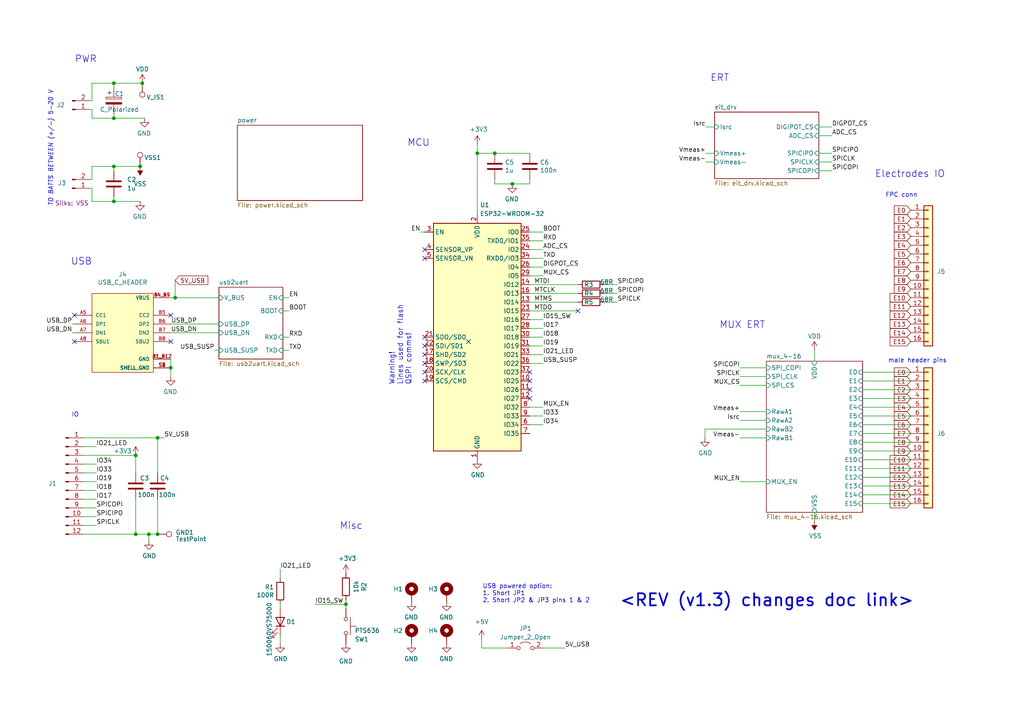
<source format=kicad_sch>
(kicad_sch (version 20231120) (generator "eeschema") (generator_version "8.0")
  (paper "A4")
  (lib_symbols
    (symbol "Connector:Conn_01x02_Male" (pin_names (offset 1.016) hide)
      (property "Reference" "J" (at 0 2.54 0))
      (property "Value" "Conn_01x02_Male" (at 0 -5.08 0))
      (symbol "Conn_01x02_Male_1_1"
        (polyline (pts (xy 1.27 -2.54) (xy 0.8636 -2.54)) (stroke (width 0.1524)))
        (polyline (pts (xy 1.27 0) (xy 0.8636 0)) (stroke (width 0.1524)))
        (rectangle (start 0.8636 -2.413) (end 0 -2.667) (stroke (width 0.1524)) (fill (type outline)))
        (rectangle (start 0.8636 0.127) (end 0 -0.127) (stroke (width 0.1524)) (fill (type outline)))
        (pin passive line (at 5.08 0 180) (length 3.81) (name "Pin_1") (number "1"))
        (pin passive line (at 5.08 -2.54 180) (length 3.81) (name "Pin_2") (number "2"))
      )
    )
    (symbol "Connector:Conn_01x12_Pin" (pin_names (offset 1.016) hide)
      (property "Reference" "J" (at 0 15.24 0))
      (property "Value" "Conn_01x12_Pin" (at 0 -17.78 0))
      (symbol "Conn_01x12_Pin_1_1"
        (polyline (pts (xy 1.27 -15.24) (xy 0.8636 -15.24)) (stroke (width 0.1524)))
        (polyline (pts (xy 1.27 -12.7) (xy 0.8636 -12.7)) (stroke (width 0.1524)))
        (polyline (pts (xy 1.27 -10.16) (xy 0.8636 -10.16)) (stroke (width 0.1524)))
        (polyline (pts (xy 1.27 -7.62) (xy 0.8636 -7.62)) (stroke (width 0.1524)))
        (polyline (pts (xy 1.27 -5.08) (xy 0.8636 -5.08)) (stroke (width 0.1524)))
        (polyline (pts (xy 1.27 -2.54) (xy 0.8636 -2.54)) (stroke (width 0.1524)))
        (polyline (pts (xy 1.27 0) (xy 0.8636 0)) (stroke (width 0.1524)))
        (polyline (pts (xy 1.27 2.54) (xy 0.8636 2.54)) (stroke (width 0.1524)))
        (polyline (pts (xy 1.27 5.08) (xy 0.8636 5.08)) (stroke (width 0.1524)))
        (polyline (pts (xy 1.27 7.62) (xy 0.8636 7.62)) (stroke (width 0.1524)))
        (polyline (pts (xy 1.27 10.16) (xy 0.8636 10.16)) (stroke (width 0.1524)))
        (polyline (pts (xy 1.27 12.7) (xy 0.8636 12.7)) (stroke (width 0.1524)))
        (rectangle (start 0.8636 -15.113) (end 0 -15.367) (stroke (width 0.1524)) (fill (type outline)))
        (rectangle (start 0.8636 -12.573) (end 0 -12.827) (stroke (width 0.1524)) (fill (type outline)))
        (rectangle (start 0.8636 -10.033) (end 0 -10.287) (stroke (width 0.1524)) (fill (type outline)))
        (rectangle (start 0.8636 -7.493) (end 0 -7.747) (stroke (width 0.1524)) (fill (type outline)))
        (rectangle (start 0.8636 -4.953) (end 0 -5.207) (stroke (width 0.1524)) (fill (type outline)))
        (rectangle (start 0.8636 -2.413) (end 0 -2.667) (stroke (width 0.1524)) (fill (type outline)))
        (rectangle (start 0.8636 0.127) (end 0 -0.127) (stroke (width 0.1524)) (fill (type outline)))
        (rectangle (start 0.8636 2.667) (end 0 2.413) (stroke (width 0.1524)) (fill (type outline)))
        (rectangle (start 0.8636 5.207) (end 0 4.953) (stroke (width 0.1524)) (fill (type outline)))
        (rectangle (start 0.8636 7.747) (end 0 7.493) (stroke (width 0.1524)) (fill (type outline)))
        (rectangle (start 0.8636 10.287) (end 0 10.033) (stroke (width 0.1524)) (fill (type outline)))
        (rectangle (start 0.8636 12.827) (end 0 12.573) (stroke (width 0.1524)) (fill (type outline)))
        (pin passive line (at 5.08 12.7 180) (length 3.81) (name "Pin_1") (number "1"))
        (pin passive line (at 5.08 -10.16 180) (length 3.81) (name "Pin_10") (number "10"))
        (pin passive line (at 5.08 -12.7 180) (length 3.81) (name "Pin_11") (number "11"))
        (pin passive line (at 5.08 -15.24 180) (length 3.81) (name "Pin_12") (number "12"))
        (pin passive line (at 5.08 10.16 180) (length 3.81) (name "Pin_2") (number "2"))
        (pin passive line (at 5.08 7.62 180) (length 3.81) (name "Pin_3") (number "3"))
        (pin passive line (at 5.08 5.08 180) (length 3.81) (name "Pin_4") (number "4"))
        (pin passive line (at 5.08 2.54 180) (length 3.81) (name "Pin_5") (number "5"))
        (pin passive line (at 5.08 0 180) (length 3.81) (name "Pin_6") (number "6"))
        (pin passive line (at 5.08 -2.54 180) (length 3.81) (name "Pin_7") (number "7"))
        (pin passive line (at 5.08 -5.08 180) (length 3.81) (name "Pin_8") (number "8"))
        (pin passive line (at 5.08 -7.62 180) (length 3.81) (name "Pin_9") (number "9"))
      )
    )
    (symbol "Connector:TestPoint" (pin_numbers hide) (pin_names (offset 0.762) hide)
      (property "Reference" "TP" (at 0 6.858 0))
      (property "Value" "TestPoint" (at 0 5.08 0))
      (symbol "TestPoint_0_1"
        (circle (center 0 3.302) (radius 0.762))
      )
      (symbol "TestPoint_1_1"
        (pin passive line (at 0 0 90) (length 2.54) (name "1") (number "1"))
      )
    )
    (symbol "Connector_Generic:Conn_01x16" (pin_names (offset 1.016) hide)
      (property "Reference" "J" (at 0 20.32 0))
      (property "Value" "Conn_01x16" (at 0 -22.86 0))
      (symbol "Conn_01x16_1_1"
        (rectangle (start -1.27 -20.193) (end 0 -20.447) (stroke (width 0.1524)))
        (rectangle (start -1.27 -17.653) (end 0 -17.907) (stroke (width 0.1524)))
        (rectangle (start -1.27 -15.113) (end 0 -15.367) (stroke (width 0.1524)))
        (rectangle (start -1.27 -12.573) (end 0 -12.827) (stroke (width 0.1524)))
        (rectangle (start -1.27 -10.033) (end 0 -10.287) (stroke (width 0.1524)))
        (rectangle (start -1.27 -7.493) (end 0 -7.747) (stroke (width 0.1524)))
        (rectangle (start -1.27 -4.953) (end 0 -5.207) (stroke (width 0.1524)))
        (rectangle (start -1.27 -2.413) (end 0 -2.667) (stroke (width 0.1524)))
        (rectangle (start -1.27 0.127) (end 0 -0.127) (stroke (width 0.1524)))
        (rectangle (start -1.27 2.667) (end 0 2.413) (stroke (width 0.1524)))
        (rectangle (start -1.27 5.207) (end 0 4.953) (stroke (width 0.1524)))
        (rectangle (start -1.27 7.747) (end 0 7.493) (stroke (width 0.1524)))
        (rectangle (start -1.27 10.287) (end 0 10.033) (stroke (width 0.1524)))
        (rectangle (start -1.27 12.827) (end 0 12.573) (stroke (width 0.1524)))
        (rectangle (start -1.27 15.367) (end 0 15.113) (stroke (width 0.1524)))
        (rectangle (start -1.27 17.907) (end 0 17.653) (stroke (width 0.1524)))
        (rectangle (start -1.27 19.05) (end 1.27 -21.59) (stroke (width 0.254)) (fill (type background)))
        (pin passive line (at -5.08 17.78 0) (length 3.81) (name "Pin_1") (number "1"))
        (pin passive line (at -5.08 -5.08 0) (length 3.81) (name "Pin_10") (number "10"))
        (pin passive line (at -5.08 -7.62 0) (length 3.81) (name "Pin_11") (number "11"))
        (pin passive line (at -5.08 -10.16 0) (length 3.81) (name "Pin_12") (number "12"))
        (pin passive line (at -5.08 -12.7 0) (length 3.81) (name "Pin_13") (number "13"))
        (pin passive line (at -5.08 -15.24 0) (length 3.81) (name "Pin_14") (number "14"))
        (pin passive line (at -5.08 -17.78 0) (length 3.81) (name "Pin_15") (number "15"))
        (pin passive line (at -5.08 -20.32 0) (length 3.81) (name "Pin_16") (number "16"))
        (pin passive line (at -5.08 15.24 0) (length 3.81) (name "Pin_2") (number "2"))
        (pin passive line (at -5.08 12.7 0) (length 3.81) (name "Pin_3") (number "3"))
        (pin passive line (at -5.08 10.16 0) (length 3.81) (name "Pin_4") (number "4"))
        (pin passive line (at -5.08 7.62 0) (length 3.81) (name "Pin_5") (number "5"))
        (pin passive line (at -5.08 5.08 0) (length 3.81) (name "Pin_6") (number "6"))
        (pin passive line (at -5.08 2.54 0) (length 3.81) (name "Pin_7") (number "7"))
        (pin passive line (at -5.08 0 0) (length 3.81) (name "Pin_8") (number "8"))
        (pin passive line (at -5.08 -2.54 0) (length 3.81) (name "Pin_9") (number "9"))
      )
    )
    (symbol "Device:C" (pin_numbers hide) (pin_names (offset 0.254))
      (property "Reference" "C" (at 0.635 2.54 0))
      (property "Value" "C" (at 0.635 -2.54 0))
      (symbol "C_0_1"
        (polyline (pts (xy -2.032 -0.762) (xy 2.032 -0.762)) (stroke (width 0.508)))
        (polyline (pts (xy -2.032 0.762) (xy 2.032 0.762)) (stroke (width 0.508)))
      )
      (symbol "C_1_1"
        (pin passive line (at 0 3.81 270) (length 2.794) (name "~") (number "1"))
        (pin passive line (at 0 -3.81 90) (length 2.794) (name "~") (number "2"))
      )
    )
    (symbol "Device:C_Polarized" (pin_numbers hide) (pin_names (offset 0.254))
      (property "Reference" "C" (at 0.635 2.54 0))
      (property "Value" "C_Polarized" (at 0.635 -2.54 0))
      (symbol "C_Polarized_0_1"
        (rectangle (start -2.286 0.508) (end 2.286 1.016))
        (polyline (pts (xy -1.778 2.286) (xy -0.762 2.286)))
        (polyline (pts (xy -1.27 2.794) (xy -1.27 1.778)))
        (rectangle (start 2.286 -0.508) (end -2.286 -1.016) (fill (type outline)))
      )
      (symbol "C_Polarized_1_1"
        (pin passive line (at 0 3.81 270) (length 2.794) (name "~") (number "1"))
        (pin passive line (at 0 -3.81 90) (length 2.794) (name "~") (number "2"))
      )
    )
    (symbol "Device:LED" (pin_numbers hide) (pin_names (offset 1.016) hide)
      (property "Reference" "D" (at 0 2.54 0))
      (property "Value" "LED" (at 0 -2.54 0))
      (symbol "LED_0_1"
        (polyline (pts (xy -1.27 -1.27) (xy -1.27 1.27)) (stroke (width 0.254)))
        (polyline (pts (xy -1.27 0) (xy 1.27 0)))
        (polyline (pts (xy 1.27 -1.27) (xy 1.27 1.27) (xy -1.27 0) (xy 1.27 -1.27)) (stroke (width 0.254)))
        (polyline (pts (xy -3.048 -0.762) (xy -4.572 -2.286) (xy -3.81 -2.286) (xy -4.572 -2.286) (xy -4.572 -1.524)))
        (polyline (pts (xy -1.778 -0.762) (xy -3.302 -2.286) (xy -2.54 -2.286) (xy -3.302 -2.286) (xy -3.302 -1.524)))
      )
      (symbol "LED_1_1"
        (pin passive line (at -3.81 0 0) (length 2.54) (name "K") (number "1"))
        (pin passive line (at 3.81 0 180) (length 2.54) (name "A") (number "2"))
      )
    )
    (symbol "Device:R" (pin_numbers hide) (pin_names (offset 0))
      (property "Reference" "R" (at 2.032 0 90))
      (property "Value" "R" (at 0 0 90))
      (symbol "R_0_1"
        (rectangle (start -1.016 -2.54) (end 1.016 2.54) (stroke (width 0.254)))
      )
      (symbol "R_1_1"
        (pin passive line (at 0 3.81 270) (length 1.27) (name "~") (number "1"))
        (pin passive line (at 0 -3.81 90) (length 1.27) (name "~") (number "2"))
      )
    )
    (symbol "GND_2" (power) (pin_names (offset 0))
      (property "Value" "GND_2" (at 0 -3.81 0))
      (symbol "GND_2_0_1"
        (polyline (pts (xy 0 0) (xy 0 -1.27) (xy 1.27 -1.27) (xy 0 -2.54) (xy -1.27 -1.27) (xy 0 -1.27)))
      )
      (symbol "GND_2_1_1"
        (pin power_in line (at 0 0 270) (length 0) hide (name "GND") (number "1"))
      )
    )
    (symbol "Jumper:Jumper_2_Open" (pin_names (offset 0) hide)
      (property "Reference" "JP" (at 0 2.794 0))
      (property "Value" "Jumper_2_Open" (at 0 -2.286 0))
      (symbol "Jumper_2_Open_0_0"
        (circle (center -2.032 0) (radius 0.508))
        (circle (center 2.032 0) (radius 0.508))
      )
      (symbol "Jumper_2_Open_0_1"
        (arc (start 1.524 1.27) (mid 0 1.778) (end -1.524 1.27))
      )
      (symbol "Jumper_2_Open_1_1"
        (pin passive line (at -5.08 0 0) (length 2.54) (name "A") (number "1"))
        (pin passive line (at 5.08 0 180) (length 2.54) (name "B") (number "2"))
      )
    )
    (symbol "Mechanical:MountingHole_Pad" (pin_numbers hide) (pin_names (offset 1.016) hide)
      (property "Reference" "H" (at 0 6.35 0))
      (property "Value" "MountingHole_Pad" (at 0 4.445 0))
      (symbol "MountingHole_Pad_0_1"
        (circle (center 0 1.27) (radius 1.27) (stroke (width 1.27)))
      )
      (symbol "MountingHole_Pad_1_1"
        (pin input line (at 0 -2.54 90) (length 2.54) (name "1") (number "1"))
      )
    )
    (symbol "RF_Module:ESP32-WROOM-32"
      (property "Reference" "U" (at -12.7 34.29 0))
      (property "Value" "ESP32-WROOM-32" (at 1.27 34.29 0))
      (symbol "ESP32-WROOM-32_0_1"
        (rectangle (start -12.7 33.02) (end 12.7 -33.02) (stroke (width 0.254)) (fill (type background)))
      )
      (symbol "ESP32-WROOM-32_1_1"
        (pin power_in line (at 0 -35.56 90) (length 2.54) (name "GND") (number "1"))
        (pin bidirectional line (at 15.24 -12.7 180) (length 2.54) (name "IO25") (number "10"))
        (pin bidirectional line (at 15.24 -15.24 180) (length 2.54) (name "IO26") (number "11"))
        (pin bidirectional line (at 15.24 -17.78 180) (length 2.54) (name "IO27") (number "12"))
        (pin bidirectional line (at 15.24 10.16 180) (length 2.54) (name "IO14") (number "13"))
        (pin bidirectional line (at 15.24 15.24 180) (length 2.54) (name "IO12") (number "14"))
        (pin passive line (at 0 -35.56 90) (length 2.54) hide (name "GND") (number "15"))
        (pin bidirectional line (at 15.24 12.7 180) (length 2.54) (name "IO13") (number "16"))
        (pin bidirectional line (at -15.24 -5.08 0) (length 2.54) (name "SHD/SD2") (number "17"))
        (pin bidirectional line (at -15.24 -7.62 0) (length 2.54) (name "SWP/SD3") (number "18"))
        (pin bidirectional line (at -15.24 -12.7 0) (length 2.54) (name "SCS/CMD") (number "19"))
        (pin power_in line (at 0 35.56 270) (length 2.54) (name "VDD") (number "2"))
        (pin bidirectional line (at -15.24 -10.16 0) (length 2.54) (name "SCK/CLK") (number "20"))
        (pin bidirectional line (at -15.24 0 0) (length 2.54) (name "SDO/SD0") (number "21"))
        (pin bidirectional line (at -15.24 -2.54 0) (length 2.54) (name "SDI/SD1") (number "22"))
        (pin bidirectional line (at 15.24 7.62 180) (length 2.54) (name "IO15") (number "23"))
        (pin bidirectional line (at 15.24 25.4 180) (length 2.54) (name "IO2") (number "24"))
        (pin bidirectional line (at 15.24 30.48 180) (length 2.54) (name "IO0") (number "25"))
        (pin bidirectional line (at 15.24 20.32 180) (length 2.54) (name "IO4") (number "26"))
        (pin bidirectional line (at 15.24 5.08 180) (length 2.54) (name "IO16") (number "27"))
        (pin bidirectional line (at 15.24 2.54 180) (length 2.54) (name "IO17") (number "28"))
        (pin bidirectional line (at 15.24 17.78 180) (length 2.54) (name "IO5") (number "29"))
        (pin input line (at -15.24 30.48 0) (length 2.54) (name "EN") (number "3"))
        (pin bidirectional line (at 15.24 0 180) (length 2.54) (name "IO18") (number "30"))
        (pin bidirectional line (at 15.24 -2.54 180) (length 2.54) (name "IO19") (number "31"))
        (pin no_connect line (at -12.7 -27.94 0) (length 2.54) hide (name "NC") (number "32"))
        (pin bidirectional line (at 15.24 -5.08 180) (length 2.54) (name "IO21") (number "33"))
        (pin bidirectional line (at 15.24 22.86 180) (length 2.54) (name "RXD0/IO3") (number "34"))
        (pin bidirectional line (at 15.24 27.94 180) (length 2.54) (name "TXD0/IO1") (number "35"))
        (pin bidirectional line (at 15.24 -7.62 180) (length 2.54) (name "IO22") (number "36"))
        (pin bidirectional line (at 15.24 -10.16 180) (length 2.54) (name "IO23") (number "37"))
        (pin passive line (at 0 -35.56 90) (length 2.54) hide (name "GND") (number "38"))
        (pin passive line (at 0 -35.56 90) (length 2.54) hide (name "GND") (number "39"))
        (pin input line (at -15.24 25.4 0) (length 2.54) (name "SENSOR_VP") (number "4"))
        (pin input line (at -15.24 22.86 0) (length 2.54) (name "SENSOR_VN") (number "5"))
        (pin input line (at 15.24 -25.4 180) (length 2.54) (name "IO34") (number "6"))
        (pin input line (at 15.24 -27.94 180) (length 2.54) (name "IO35") (number "7"))
        (pin bidirectional line (at 15.24 -20.32 180) (length 2.54) (name "IO32") (number "8"))
        (pin bidirectional line (at 15.24 -22.86 180) (length 2.54) (name "IO33") (number "9"))
      )
    )
    (symbol "black_sensor_array_EIT_1-rescue:SW_Push-Switch" (pin_numbers hide) (pin_names (offset 1.016) hide)
      (property "Reference" "SW" (at 1.27 2.54 0))
      (property "Value" "SW_Push-Switch" (at 0 -1.524 0))
      (symbol "SW_Push-Switch_0_1"
        (circle (center -2.032 0) (radius 0.508))
        (polyline (pts (xy 0 1.27) (xy 0 3.048)))
        (polyline (pts (xy 2.54 1.27) (xy -2.54 1.27)))
        (circle (center 2.032 0) (radius 0.508))
        (pin passive line (at -5.08 0 0) (length 2.54) (name "1") (number "1"))
        (pin passive line (at 5.08 0 180) (length 2.54) (name "2") (number "2"))
      )
    )
    (symbol "black_sensor_array_EIT_1-rescue:USB4105-GF-A-USB4105-GF-A" (pin_names (offset 1.016))
      (property "Reference" "J" (at -7.62 12.7 0))
      (property "Value" "USB4105-GF-A-USB4105-GF-A" (at -15.24 -15.24 0))
      (symbol "USB4105-GF-A-USB4105-GF-A_0_0"
        (pin power_in line (at 13.97 -7.62 180) (length 5.08) (name "GND") (number "A1_B12"))
        (pin power_in line (at 13.97 10.16 180) (length 5.08) (name "VBUS") (number "A4_B9"))
        (pin bidirectional line (at -13.97 5.08 0) (length 5.08) (name "CC1") (number "A5"))
        (pin bidirectional line (at -13.97 2.54 0) (length 5.08) (name "DP1") (number "A6"))
        (pin bidirectional line (at -13.97 0 0) (length 5.08) (name "DN1") (number "A7"))
        (pin bidirectional line (at -13.97 -2.54 0) (length 5.08) (name "SBU1") (number "A8"))
        (pin power_in line (at 13.97 -7.62 180) (length 5.08) (name "GND") (number "B1_A12"))
        (pin power_in line (at 13.97 10.16 180) (length 5.08) (name "VBUS") (number "B4_A9"))
        (pin bidirectional line (at 13.97 5.08 180) (length 5.08) (name "CC2") (number "B5"))
        (pin bidirectional line (at 13.97 2.54 180) (length 5.08) (name "DP2") (number "B6"))
        (pin bidirectional line (at 13.97 0 180) (length 5.08) (name "DN2") (number "B7"))
        (pin bidirectional line (at 13.97 -2.54 180) (length 5.08) (name "SBU2") (number "B8"))
        (pin power_in line (at 13.97 -10.16 180) (length 5.08) (name "SHELL_GND") (number "S1"))
        (pin power_in line (at 13.97 -10.16 180) (length 5.08) (name "SHELL_GND") (number "S2"))
        (pin power_in line (at 13.97 -10.16 180) (length 5.08) (name "SHELL_GND") (number "S3"))
        (pin power_in line (at 13.97 -10.16 180) (length 5.08) (name "SHELL_GND") (number "S4"))
      )
      (symbol "USB4105-GF-A-USB4105-GF-A_1_1"
        (rectangle (start 8.89 11.43) (end -8.89 -11.43) (fill (type background)))
      )
    )
    (symbol "power:+3V3" (power) (pin_names (offset 0))
      (property "Value" "+3V3" (at 0 3.556 0))
      (symbol "+3V3_0_1"
        (polyline (pts (xy -0.762 1.27) (xy 0 2.54)))
        (polyline (pts (xy 0 0) (xy 0 2.54)))
        (polyline (pts (xy 0 2.54) (xy 0.762 1.27)))
      )
      (symbol "+3V3_1_1"
        (pin power_in line (at 0 0 90) (length 0) hide (name "+3V3") (number "1"))
      )
    )
    (symbol "power:+5V" (power) (pin_numbers hide) (pin_names (offset 0) hide)
      (property "Value" "+5V" (at 0 3.556 0))
      (symbol "+5V_0_1"
        (polyline (pts (xy -0.762 1.27) (xy 0 2.54)))
        (polyline (pts (xy 0 0) (xy 0 2.54)))
        (polyline (pts (xy 0 2.54) (xy 0.762 1.27)))
      )
      (symbol "+5V_1_1"
        (pin power_in line (at 0 0 90) (length 0) (name "~") (number "1"))
      )
    )
    (symbol "power:GND" (power) (pin_names (offset 0))
      (property "Value" "GND" (at 0 -3.81 0))
      (symbol "GND_0_1"
        (polyline (pts (xy 0 0) (xy 0 -1.27) (xy 1.27 -1.27) (xy 0 -2.54) (xy -1.27 -1.27) (xy 0 -1.27)))
      )
      (symbol "GND_1_1"
        (pin power_in line (at 0 0 270) (length 0) hide (name "GND") (number "1"))
      )
    )
    (symbol "power:VDD" (power) (pin_numbers hide) (pin_names (offset 0) hide)
      (property "Value" "VDD" (at 0 3.556 0))
      (symbol "VDD_0_1"
        (polyline (pts (xy -0.762 1.27) (xy 0 2.54)))
        (polyline (pts (xy 0 0) (xy 0 2.54)))
        (polyline (pts (xy 0 2.54) (xy 0.762 1.27)))
      )
      (symbol "VDD_1_1"
        (pin power_in line (at 0 0 90) (length 0) (name "~") (number "1"))
      )
    )
    (symbol "power:VSS" (power) (pin_numbers hide) (pin_names (offset 0) hide)
      (property "Value" "VSS" (at 0 3.556 0))
      (symbol "VSS_0_1"
        (polyline (pts (xy 0 0) (xy 0 2.54)))
        (polyline (pts (xy 0.762 1.27) (xy -0.762 1.27) (xy 0 2.54) (xy 0.762 1.27)) (fill (type outline)))
      )
      (symbol "VSS_1_1"
        (pin power_in line (at 0 0 90) (length 0) (name "~") (number "1"))
      )
    )
  )
  (junction (at 50.8 86.36))
  (junction (at 148.59 53.34))
  (junction (at 39.37 132.08))
  (junction (at 41.275 24.13))
  (junction (at 138.43 44.45))
  (junction (at 33.02 48.26))
  (junction (at 100.33 175.26))
  (junction (at 33.02 24.13))
  (junction (at 40.64 48.26))
  (junction (at 45.72 127))
  (junction (at 33.02 58.42))
  (junction (at 143.51 44.45))
  (junction (at 49.53 106.68))
  (junction (at 33.02 34.29))
  (junction (at 45.72 154.94))
  (junction (at 43.18 154.94))
  (junction (at 39.37 154.94))
  (no_connect (at 21.59 99.06))
  (no_connect (at 153.67 107.95))
  (no_connect (at 123.19 107.95))
  (no_connect (at 167.64 90.17))
  (no_connect (at 123.19 100.33))
  (no_connect (at 49.53 99.06))
  (no_connect (at 123.19 74.93))
  (no_connect (at 123.19 105.41))
  (no_connect (at 21.59 91.44))
  (no_connect (at 123.19 72.39))
  (no_connect (at 49.53 91.44))
  (no_connect (at 153.67 113.03))
  (no_connect (at 123.19 102.87))
  (no_connect (at 123.19 110.49))
  (no_connect (at 153.67 115.57))
  (no_connect (at 153.67 110.49))
  (no_connect (at 135.89 99.06))
  (no_connect (at 123.19 97.79))
  (wire (pts (xy 49.53 96.52) (xy 63.5 96.52)))
  (wire (pts (xy 20.955 96.52) (xy 21.59 96.52)))
  (wire (pts (xy 24.13 127) (xy 45.72 127)))
  (wire (pts (xy 250.19 146.05) (xy 264.16 146.05)))
  (wire (pts (xy 153.67 52.07) (xy 153.67 53.34)))
  (wire (pts (xy 222.25 124.46) (xy 204.47 124.46)))
  (wire (pts (xy 153.67 118.11) (xy 157.48 118.11)))
  (wire (pts (xy 153.67 69.85) (xy 157.48 69.85)))
  (wire (pts (xy 153.67 80.01) (xy 157.48 80.01)))
  (wire (pts (xy 153.67 82.55) (xy 167.64 82.55)))
  (wire (pts (xy 49.53 93.98) (xy 63.5 93.98)))
  (wire (pts (xy 27.94 144.78) (xy 24.13 144.78)))
  (wire (pts (xy 153.67 123.19) (xy 157.48 123.19)))
  (wire (pts (xy 222.25 139.7) (xy 214.63 139.7)))
  (wire (pts (xy 204.724 36.83) (xy 207.264 36.83)))
  (wire (pts (xy 49.53 104.14) (xy 49.53 106.68)))
  (wire (pts (xy 250.19 113.03) (xy 264.16 113.03)))
  (wire (pts (xy 43.18 154.94) (xy 45.72 154.94)))
  (wire (pts (xy 153.67 90.17) (xy 167.64 90.17)))
  (wire (pts (xy 26.035 52.07) (xy 26.67 52.07)))
  (wire (pts (xy 26.67 34.29) (xy 33.02 34.29)))
  (wire (pts (xy 153.67 44.45) (xy 143.51 44.45)))
  (wire (pts (xy 222.25 106.68) (xy 214.63 106.68)))
  (wire (pts (xy 82.042 90.17) (xy 83.82 90.17)))
  (wire (pts (xy 45.72 144.78) (xy 45.72 154.94)))
  (wire (pts (xy 26.67 34.29) (xy 26.67 31.75)))
  (wire (pts (xy 26.67 31.75) (xy 26.035 31.75)))
  (wire (pts (xy 222.25 109.22) (xy 214.63 109.22)))
  (wire (pts (xy 153.67 105.41) (xy 157.48 105.41)))
  (wire (pts (xy 250.19 133.35) (xy 264.16 133.35)))
  (wire (pts (xy 81.28 165.1) (xy 81.28 167.64)))
  (wire (pts (xy 39.37 132.08) (xy 39.37 137.16)))
  (wire (pts (xy 237.49 49.53) (xy 241.3 49.53)))
  (wire (pts (xy 153.67 85.09) (xy 167.64 85.09)))
  (wire (pts (xy 139.7 185.42) (xy 139.7 187.96)))
  (wire (pts (xy 143.51 52.07) (xy 143.51 53.34)))
  (wire (pts (xy 26.67 24.13) (xy 33.02 24.13)))
  (wire (pts (xy 49.53 86.36) (xy 50.8 86.36)))
  (wire (pts (xy 27.94 147.32) (xy 24.13 147.32)))
  (wire (pts (xy 45.72 127) (xy 45.72 137.16)))
  (wire (pts (xy 82.042 97.79) (xy 83.82 97.79)))
  (wire (pts (xy 100.33 175.26) (xy 100.33 176.53)))
  (wire (pts (xy 153.67 95.25) (xy 157.48 95.25)))
  (wire (pts (xy 27.94 149.86) (xy 24.13 149.86)))
  (wire (pts (xy 237.49 39.37) (xy 241.3 39.37)))
  (wire (pts (xy 153.67 74.93) (xy 157.48 74.93)))
  (polyline (pts (xy 135.255 284.48) (xy 135.89 284.48)))
  (wire (pts (xy 250.19 120.65) (xy 264.16 120.65)))
  (wire (pts (xy 179.07 85.09) (xy 175.26 85.09)))
  (wire (pts (xy 237.49 46.99) (xy 241.3 46.99)))
  (wire (pts (xy 100.33 173.99) (xy 100.33 175.26)))
  (wire (pts (xy 179.07 87.63) (xy 175.26 87.63)))
  (wire (pts (xy 204.47 124.46) (xy 204.47 127)))
  (wire (pts (xy 204.724 46.99) (xy 207.264 46.99)))
  (wire (pts (xy 26.67 29.21) (xy 26.67 24.13)))
  (wire (pts (xy 81.28 175.26) (xy 81.28 176.53)))
  (wire (pts (xy 143.51 44.45) (xy 138.43 44.45)))
  (wire (pts (xy 43.18 154.94) (xy 43.18 156.845)))
  (wire (pts (xy 237.49 44.45) (xy 241.3 44.45)))
  (wire (pts (xy 33.02 57.15) (xy 33.02 58.42)))
  (wire (pts (xy 27.94 152.4) (xy 24.13 152.4)))
  (wire (pts (xy 237.49 36.83) (xy 241.3 36.83)))
  (wire (pts (xy 33.02 33.02) (xy 33.02 34.29)))
  (wire (pts (xy 139.7 187.96) (xy 147.32 187.96)))
  (wire (pts (xy 82.042 86.36) (xy 83.82 86.36)))
  (wire (pts (xy 153.67 97.79) (xy 157.48 97.79)))
  (wire (pts (xy 21.59 93.98) (xy 20.955 93.98)))
  (wire (pts (xy 250.19 130.81) (xy 264.16 130.81)))
  (wire (pts (xy 250.19 135.89) (xy 264.16 135.89)))
  (wire (pts (xy 138.43 44.45) (xy 138.43 62.23)))
  (wire (pts (xy 26.67 52.07) (xy 26.67 48.26)))
  (wire (pts (xy 24.13 132.08) (xy 39.37 132.08)))
  (wire (pts (xy 153.67 72.39) (xy 157.48 72.39)))
  (wire (pts (xy 153.67 77.47) (xy 157.48 77.47)))
  (wire (pts (xy 91.44 175.26) (xy 100.33 175.26)))
  (wire (pts (xy 153.67 100.33) (xy 157.48 100.33)))
  (wire (pts (xy 250.19 107.95) (xy 264.16 107.95)))
  (wire (pts (xy 82.042 101.6) (xy 83.82 101.6)))
  (wire (pts (xy 153.67 67.31) (xy 157.48 67.31)))
  (wire (pts (xy 143.51 53.34) (xy 148.59 53.34)))
  (wire (pts (xy 24.13 129.54) (xy 27.94 129.54)))
  (wire (pts (xy 50.8 86.36) (xy 63.5 86.36)))
  (wire (pts (xy 250.19 128.27) (xy 264.16 128.27)))
  (wire (pts (xy 26.035 29.21) (xy 26.67 29.21)))
  (wire (pts (xy 250.19 140.97) (xy 264.16 140.97)))
  (wire (pts (xy 27.94 134.62) (xy 24.13 134.62)))
  (wire (pts (xy 33.02 24.13) (xy 41.275 24.13)))
  (wire (pts (xy 121.92 67.31) (xy 123.19 67.31)))
  (wire (pts (xy 81.28 184.15) (xy 81.28 186.69)))
  (wire (pts (xy 26.67 54.61) (xy 26.035 54.61)))
  (wire (pts (xy 62.23 101.6) (xy 63.5 101.6)))
  (wire (pts (xy 222.25 111.76) (xy 214.63 111.76)))
  (wire (pts (xy 26.67 48.26) (xy 33.02 48.26)))
  (wire (pts (xy 250.19 115.57) (xy 264.16 115.57)))
  (wire (pts (xy 33.02 34.29) (xy 41.91 34.29)))
  (wire (pts (xy 138.43 41.91) (xy 138.43 44.45)))
  (wire (pts (xy 27.94 137.16) (xy 24.13 137.16)))
  (wire (pts (xy 24.13 154.94) (xy 39.37 154.94)))
  (wire (pts (xy 27.94 142.24) (xy 24.13 142.24)))
  (wire (pts (xy 33.02 48.26) (xy 40.64 48.26)))
  (wire (pts (xy 153.67 87.63) (xy 167.64 87.63)))
  (wire (pts (xy 222.25 127) (xy 214.63 127)))
  (wire (pts (xy 250.19 138.43) (xy 264.16 138.43)))
  (wire (pts (xy 26.67 58.42) (xy 33.02 58.42)))
  (wire (pts (xy 250.19 123.19) (xy 264.16 123.19)))
  (wire (pts (xy 222.25 119.38) (xy 214.63 119.38)))
  (wire (pts (xy 33.02 48.26) (xy 33.02 49.53)))
  (wire (pts (xy 179.07 82.55) (xy 175.26 82.55)))
  (wire (pts (xy 250.19 125.73) (xy 264.16 125.73)))
  (wire (pts (xy 250.19 110.49) (xy 264.16 110.49)))
  (wire (pts (xy 33.02 24.13) (xy 33.02 25.4)))
  (wire (pts (xy 39.37 144.78) (xy 39.37 154.94)))
  (wire (pts (xy 39.37 154.94) (xy 43.18 154.94)))
  (wire (pts (xy 204.724 44.45) (xy 207.264 44.45)))
  (wire (pts (xy 153.67 102.87) (xy 157.48 102.87)))
  (wire (pts (xy 250.19 143.51) (xy 264.16 143.51)))
  (wire (pts (xy 26.67 58.42) (xy 26.67 54.61)))
  (wire (pts (xy 236.22 101.6) (xy 236.22 104.775)))
  (wire (pts (xy 236.22 148.59) (xy 236.22 151.13)))
  (wire (pts (xy 163.83 187.96) (xy 157.48 187.96)))
  (wire (pts (xy 27.94 139.7) (xy 24.13 139.7)))
  (wire (pts (xy 33.02 58.42) (xy 40.64 58.42)))
  (wire (pts (xy 50.8 81.28) (xy 50.8 86.36)))
  (wire (pts (xy 153.67 120.65) (xy 157.48 120.65)))
  (wire (pts (xy 153.67 53.34) (xy 148.59 53.34)))
  (wire (pts (xy 250.19 118.11) (xy 264.16 118.11)))
  (wire (pts (xy 222.25 121.92) (xy 214.63 121.92)))
  (wire (pts (xy 45.72 127) (xy 47.625 127)))
  (wire (pts (xy 49.53 106.68) (xy 49.53 109.22)))
  (wire (pts (xy 153.67 92.71) (xy 157.48 92.71)))
  (text "Warning! \nLines used for flash \nQSPI comms!" (at 119.38 111.76 90) (effects (font (size 1.5 1.5)) (justify left bottom)))
  (text "ERT" (at 205.994 23.876 0) (effects (font (size 2 2)) (justify left bottom)))
  (text "1/f noise! \nhttps://www.analog.com/en/analog-dialogue/articles/understanding-and-eliminating-1-f-noise.html\nhttp://numerical.recipes/whp/Flicker_Noise_1978.pdf\nhttps://ieeexplore.ieee.org/document/333808\n\n\n" (at 324.231 99.949 0) (effects (font (size 1.27 1.27)) (justify left bottom)))
  (text "male header pins" (at 257.556 105.41 0) (effects (font (size 1.27 1.27)) (justify left bottom)))
  (text "Electrodes IO\n\n\n" (at 253.746 58.166 0) (effects (font (size 2 2)) (justify left bottom)))
  (text "<REV (v1.3) changes doc link>" (at 179.578 176.276 0) (effects (font (size 3.5 3.5) (thickness 0.4978) (bold yes)) (justify left bottom)))
  (text "MUX ERT" (at 221.996 95.504 0) (effects (font (size 2 2)) (justify right bottom)))
  (text "USB" (at 23.622 75.946 0) (effects (font (size 2 2))))
  (text "TO BATTS BETWEEN (+/-) 5-20 V\n" (at 15.494 26.162 90) (effects (font (size 1.27 1.27) (italic yes)) (justify right bottom)))
  (text "IO" (at 21.844 120.396 0) (effects (font (size 1.27 1.27))))
  (text ">> modulate the current and signal using the multiplexers. 2 times per voltage measurement? OR otherwise. \n\n\n" (at 432.816 79.248 0) (effects (font (size 1.27 1.27)) (justify right bottom)))
  (text "Current souce signal modulation for removal of 1/f noise? \nMore switching = more noise? + longer data aquisition time!\n\n" (at 323.596 85.344 0) (effects (font (size 1.27 1.27)) (justify left bottom)))
  (text "Next revision:\n	Major changes:\n	- Make MUX board, EIT board, and DEA board?\n\n	Minor changes:\n	- ?\n" (at 6.35 229.362 0) (effects (font (size 3 3)) (justify left)))
  (text "FPC conn\n" (at 256.794 57.404 0) (effects (font (size 1.27 1.27)) (justify left bottom)))
  (text "MCU" (at 118.11 42.672 0) (effects (font (size 2 2)) (justify left bottom)))
  (text "Misc" (at 101.854 152.654 0) (effects (font (size 2 2))))
  (text "PWR\n" (at 24.892 17.272 0) (effects (font (size 2 2))))
  (text "USB powered option:\n1. Short JP1\n2. Short JP2 & JP3 pins 1 & 2\n" (at 139.954 172.212 0) (effects (font (size 1.27 1.27)) (justify left)))
  (label "Isrc" (at 214.63 121.92 180))
  (label "IO34" (at 27.94 134.62 0))
  (label "TXD" (at 83.82 101.6 0))
  (label "IO17" (at 157.48 95.25 0))
  (label "USB_SUSP" (at 157.48 105.41 0))
  (label "USB_DN" (at 20.955 96.52 180))
  (label "RXD" (at 157.48 69.85 0))
  (label "Vmeas+" (at 214.63 119.38 180))
  (label "MTMS" (at 154.94 87.63 0))
  (label "USB_DP" (at 20.955 93.98 180))
  (label "IO15_SW" (at 157.48 92.71 0))
  (label "SPICLK" (at 179.07 87.63 0))
  (label "Vmeas-" (at 214.63 127 180))
  (label "MTDI" (at 154.94 82.55 0))
  (label "BOOT" (at 157.48 67.31 0))
  (label "IO21_LED" (at 27.94 129.54 0))
  (label "IO19" (at 157.48 100.33 0))
  (label "MTCLK" (at 154.94 85.09 0))
  (label "Vmeas-" (at 204.724 46.99 180))
  (label "SPICOPI" (at 214.63 106.68 180))
  (label "DIGPOT_CS" (at 157.48 77.47 0))
  (label "IO33" (at 157.48 120.65 0))
  (label "MUX_EN" (at 214.63 139.7 180))
  (label "IO18" (at 27.94 142.24 0))
  (label "IO15_SW" (at 91.44 175.26 0))
  (label "SPICOPI" (at 27.94 147.32 0))
  (label "SPICIPO" (at 179.07 82.55 0))
  (label "IO34" (at 157.48 123.19 0))
  (label "Vmeas+" (at 204.724 44.45 180))
  (label "SPICIPO" (at 27.94 149.86 0))
  (label "SPICIPO" (at 241.3 44.45 0))
  (label "ADC_CS" (at 241.3 39.37 0))
  (label "SPICOPI" (at 179.07 85.09 0))
  (label "IO19" (at 27.94 139.7 0))
  (label "IO21_LED" (at 81.28 165.1 0))
  (label "USB_DP" (at 57.15 93.98 180))
  (label "SPICLK" (at 214.63 109.22 180))
  (label "USB_SUSP" (at 62.23 101.6 180))
  (label "EN" (at 83.82 86.36 0))
  (label "MUX_CS" (at 157.48 80.01 0))
  (label "Isrc" (at 204.724 36.83 180))
  (label "DIGPOT_CS" (at 241.3 36.83 0))
  (label "MTDO" (at 154.94 90.17 0))
  (label "5V_USB" (at 47.625 127 0))
  (label "5V_USB" (at 163.83 187.96 0))
  (label "RXD" (at 83.82 97.79 0))
  (label "SPICLK" (at 27.94 152.4 0))
  (label "MUX_CS" (at 214.63 111.76 180))
  (label "IO21_LED" (at 157.48 102.87 0))
  (label "EN" (at 121.92 67.31 180))
  (label "USB_DN" (at 57.15 96.52 180))
  (label "BOOT" (at 83.82 90.17 0))
  (label "MUX_EN" (at 157.48 118.11 0))
  (label "SPICOPI" (at 241.3 49.53 0))
  (label "SPICLK" (at 241.3 46.99 0))
  (label "IO33" (at 27.94 137.16 0))
  (label "IO17" (at 27.94 144.78 0))
  (label "IO18" (at 157.48 97.79 0))
  (label "ADC_CS" (at 157.48 72.39 0))
  (label "TXD" (at 157.48 74.93 0))
  (global_label "E1" (shape input) (at 264.16 63.5 180) (property "Intersheetrefs" "${INTERSHEET_REFS}" (effects (hide yes))))
  (global_label "E6" (shape input) (at 264.16 123.19 180) (property "Intersheetrefs" "${INTERSHEET_REFS}" (effects (hide yes))))
  (global_label "E8" (shape input) (at 264.16 81.28 180) (property "Intersheetrefs" "${INTERSHEET_REFS}" (effects (hide yes))))
  (global_label "E12" (shape input) (at 264.16 91.44 180) (property "Intersheetrefs" "${INTERSHEET_REFS}" (effects (hide yes))))
  (global_label "E11" (shape input) (at 264.16 135.89 180) (property "Intersheetrefs" "${INTERSHEET_REFS}" (effects (hide yes))))
  (global_label "E14" (shape input) (at 264.16 96.52 180) (property "Intersheetrefs" "${INTERSHEET_REFS}" (effects (hide yes))))
  (global_label "E11" (shape input) (at 264.16 88.9 180) (property "Intersheetrefs" "${INTERSHEET_REFS}" (effects (hide yes))))
  (global_label "E13" (shape input) (at 264.16 140.97 180) (property "Intersheetrefs" "${INTERSHEET_REFS}" (effects (hide yes))))
  (global_label "E12" (shape input) (at 264.16 138.43 180) (property "Intersheetrefs" "${INTERSHEET_REFS}" (effects (hide yes))))
  (global_label "E5" (shape input) (at 264.16 120.65 180) (property "Intersheetrefs" "${INTERSHEET_REFS}" (effects (hide yes))))
  (global_label "E7" (shape input) (at 264.16 125.73 180) (property "Intersheetrefs" "${INTERSHEET_REFS}" (effects (hide yes))))
  (global_label "E8" (shape input) (at 264.16 128.27 180) (property "Intersheetrefs" "${INTERSHEET_REFS}" (effects (hide yes))))
  (global_label "E4" (shape input) (at 264.16 71.12 180) (property "Intersheetrefs" "${INTERSHEET_REFS}" (effects (hide yes))))
  (global_label "E0" (shape input) (at 264.16 107.95 180) (property "Intersheetrefs" "${INTERSHEET_REFS}" (effects (hide yes))))
  (global_label "E9" (shape input) (at 264.16 83.82 180) (property "Intersheetrefs" "${INTERSHEET_REFS}" (effects (hide yes))))
  (global_label "5V_USB" (shape input) (at 50.8 81.28 0) (property "Intersheetrefs" "${INTERSHEET_REFS}" (effects (hide yes))))
  (global_label "E3" (shape input) (at 264.16 115.57 180) (property "Intersheetrefs" "${INTERSHEET_REFS}" (effects (hide yes))))
  (global_label "E5" (shape input) (at 264.16 73.66 180) (property "Intersheetrefs" "${INTERSHEET_REFS}" (effects (hide yes))))
  (global_label "E0" (shape input) (at 264.16 60.96 180) (property "Intersheetrefs" "${INTERSHEET_REFS}" (effects (hide yes))))
  (global_label "E15" (shape input) (at 264.16 99.06 180) (property "Intersheetrefs" "${INTERSHEET_REFS}" (effects (hide yes))))
  (global_label "E1" (shape input) (at 264.16 110.49 180) (property "Intersheetrefs" "${INTERSHEET_REFS}" (effects (hide yes))))
  (global_label "E15" (shape input) (at 264.16 146.05 180) (property "Intersheetrefs" "${INTERSHEET_REFS}" (effects (hide yes))))
  (global_label "E4" (shape input) (at 264.16 118.11 180) (property "Intersheetrefs" "${INTERSHEET_REFS}" (effects (hide yes))))
  (global_label "E6" (shape input) (at 264.16 76.2 180) (property "Intersheetrefs" "${INTERSHEET_REFS}" (effects (hide yes))))
  (global_label "E10" (shape input) (at 264.16 86.36 180) (property "Intersheetrefs" "${INTERSHEET_REFS}" (effects (hide yes))))
  (global_label "E7" (shape input) (at 264.16 78.74 180) (property "Intersheetrefs" "${INTERSHEET_REFS}" (effects (hide yes))))
  (global_label "E10" (shape input) (at 264.16 133.35 180) (property "Intersheetrefs" "${INTERSHEET_REFS}" (effects (hide yes))))
  (global_label "E2" (shape input) (at 264.16 113.03 180) (property "Intersheetrefs" "${INTERSHEET_REFS}" (effects (hide yes))))
  (global_label "E13" (shape input) (at 264.16 93.98 180) (property "Intersheetrefs" "${INTERSHEET_REFS}" (effects (hide yes))))
  (global_label "E14" (shape input) (at 264.16 143.51 180) (property "Intersheetrefs" "${INTERSHEET_REFS}" (effects (hide yes))))
  (global_label "E2" (shape input) (at 264.16 66.04 180) (property "Intersheetrefs" "${INTERSHEET_REFS}" (effects (hide yes))))
  (global_label "E3" (shape input) (at 264.16 68.58 180) (property "Intersheetrefs" "${INTERSHEET_REFS}" (effects (hide yes))))
  (global_label "E9" (shape input) (at 264.16 130.81 180) (property "Intersheetrefs" "${INTERSHEET_REFS}" (effects (hide yes))))
  (symbol (lib_id "Mechanical:MountingHole_Pad") (at 119.38 172.085 0) (mirror y) (unit 1)
    (property "Reference" "H1" (at 116.84 170.8404 0) (effects (justify left)))
    (property "Value" "MountingHole_Pad" (effects (hide yes)))
    (property "Footprint" "MountingHole:MountingHole_3.2mm_M3_DIN965_Pad_TopBottom" (effects (hide yes)))
  )
  (symbol (lib_id "Mechanical:MountingHole_Pad") (at 119.38 184.15 0) (mirror y) (unit 1)
    (property "Reference" "H2" (at 116.84 182.9054 0) (effects (justify left)))
    (property "Value" "MountingHole_Pad" (effects (hide yes)))
    (property "Footprint" "MountingHole:MountingHole_3.2mm_M3_DIN965_Pad_TopBottom" (effects (hide yes)))
  )
  (symbol (lib_id "power:GND") (at 119.38 174.625 0) (mirror y) (unit 1)
    (property "Reference" "#PWR011" (effects (hide yes)))
    (property "Value" "GND" (at 119.253 179.0192 0))
  )
  (symbol (lib_id "power:GND") (at 119.38 186.69 0) (mirror y) (unit 1)
    (property "Reference" "#PWR012" (effects (hide yes)))
    (property "Value" "GND" (at 119.253 191.0842 0))
  )
  (symbol (lib_id "Device:C") (at 45.72 140.97 180) (unit 1)
    (property "Reference" "C4" (at 47.752 138.684 0))
    (property "Value" "100n" (at 48.514 143.51 0))
    (property "Footprint" "Capacitor_SMD:C_0603_1608Metric_Pad1.08x0.95mm_HandSolder" (effects (hide yes)))
  )
  (symbol (lib_id "Connector:Conn_01x02_Male") (at 20.955 31.75 0) (mirror x) (unit 1)
    (property "Reference" "J2" (at 16.383 30.48 0) (effects (justify left)))
    (property "Value" "Conn_01x02_Male" (effects (hide yes)))
    (property "Footprint" "Connector_PinHeader_2.54mm:PinHeader_1x02_P2.54mm_Vertical" (effects (hide yes)))
  )
  (symbol (lib_id "power:GND") (at 81.28 186.69 0) (unit 1)
    (property "Reference" "#PWR08" (effects (hide yes)))
    (property "Value" "GND" (at 81.407 191.0842 0))
  )
  (symbol (lib_id "Device:R") (at 81.28 171.45 0) (mirror y) (unit 1)
    (property "Reference" "R1" (at 79.502 170.2816 0) (effects (justify left)))
    (property "Value" "100R" (at 79.502 172.593 0) (effects (justify left)))
    (property "Footprint" "Resistor_SMD:R_0603_1608Metric_Pad0.98x0.95mm_HandSolder" (effects (hide yes)))
  )
  (symbol (lib_id "power:GND") (at 129.54 186.69 0) (mirror y) (unit 1)
    (property "Reference" "#PWR014" (effects (hide yes)))
    (property "Value" "GND" (at 129.413 191.0842 0))
  )
  (symbol (lib_id "Device:C") (at 143.51 48.26 0) (unit 1)
    (property "Reference" "C5" (at 146.431 47.0916 0) (effects (justify left)))
    (property "Value" "1u" (at 146.431 49.403 0) (effects (justify left)))
    (property "Footprint" "Capacitor_SMD:C_0603_1608Metric_Pad1.08x0.95mm_HandSolder" (effects (hide yes)))
  )
  (symbol (lib_id "RF_Module:ESP32-WROOM-32") (at 138.43 97.79 0) (unit 1)
    (property "Reference" "U1" (at 139.192 59.436 0) (effects (justify left)))
    (property "Value" "ESP32-WROOM-32" (at 139.192 61.976 0) (effects (justify left)))
    (property "Footprint" "RF_Module:ESP32-WROOM-32" (effects (hide yes)))
    (property "Datasheet" "https://www.espressif.com/sites/default/files/documentation/esp32-wroom-32_datasheet_en.pdf" (effects (hide yes)))
  )
  (symbol (lib_id "Mechanical:MountingHole_Pad") (at 129.54 172.085 0) (mirror y) (unit 1)
    (property "Reference" "H3" (at 127 170.8404 0) (effects (justify left)))
    (property "Value" "MountingHole_Pad" (effects (hide yes)))
    (property "Footprint" "MountingHole:MountingHole_3.2mm_M3_DIN965_Pad_TopBottom" (effects (hide yes)))
  )
  (symbol (lib_id "Device:LED") (at 81.28 180.34 270) (mirror x) (unit 1)
    (property "Reference" "D1" (at 85.725 180.34 90) (effects (justify right)))
    (property "Value" "150060VS75000" (at 78.105 174.625 0) (effects (justify right)))
    (property "Footprint" "LED_SMD:LED_0603_1608Metric_Pad1.05x0.95mm_HandSolder" (effects (hide yes)))
    (property "Datasheet" "https://www.we-online.de/katalog/datasheet/150060VS75000.pdf" (effects (hide yes)))
  )
  (symbol (lib_id "Connector:TestPoint") (at 45.72 154.94 270) (mirror x) (unit 1)
    (property "Reference" "GND1" (at 50.927 154.432 90) (effects (justify left)))
    (property "Value" "TestPoint" (at 50.927 156.337 90) (effects (justify left)))
    (property "Footprint" "TestPoint:TestPoint_Pad_D1.5mm" (effects (hide yes)))
  )
  (symbol (lib_id "Jumper:Jumper_2_Open") (at 152.4 187.96 0) (unit 1)
    (property "Reference" "JP1" (at 152.4 182.245 0))
    (property "Value" "Jumper_2_Open" (at 152.4 184.785 0))
    (property "Footprint" "Connector_PinHeader_2.54mm:PinHeader_1x02_P2.54mm_Vertical" (effects (hide yes)))
  )
  (symbol (lib_id "power:+3V3") (at 39.37 132.08 0) (unit 1)
    (property "Reference" "#PWR01" (effects (hide yes)))
    (property "Value" "+3V3" (at 35.56 130.81 0))
  )
  (symbol (lib_id "Device:C") (at 39.37 140.97 180) (unit 1)
    (property "Reference" "C3" (at 41.91 138.684 0))
    (property "Value" "100n" (at 42.418 143.51 0))
    (property "Footprint" "Capacitor_SMD:C_0603_1608Metric_Pad1.08x0.95mm_HandSolder" (effects (hide yes)))
  )
  (symbol (lib_id "power:GND") (at 129.54 174.625 0) (mirror y) (unit 1)
    (property "Reference" "#PWR013" (effects (hide yes)))
    (property "Value" "GND" (at 129.413 179.0192 0))
  )
  (symbol (lib_id "black_sensor_array_EIT_1-rescue:SW_Push-Switch") (at 100.33 181.61 270) (mirror x) (unit 1)
    (property "Reference" "SW1" (at 102.87 185.42 90) (effects (justify left)))
    (property "Value" "PTS636" (at 102.87 182.88 90) (effects (justify left)))
    (property "Footprint" "Button_Switch_SMD:SW_SPST_B3U-1000P" (effects (hide yes)))
    (property "PN" "PTS636 SM50 SMTR LFS" (effects (hide yes)))
  )
  (symbol (lib_id "power:GND") (at 204.47 127 0) (unit 1)
    (property "Reference" "#PWR019" (effects (hide yes)))
    (property "Value" "GND" (at 204.597 131.3942 0))
  )
  (symbol (lib_id "Device:R") (at 100.33 170.18 0) (mirror y) (unit 1)
    (property "Reference" "R2" (at 105.5878 170.18 90))
    (property "Value" "10k" (at 103.2764 170.18 90))
    (property "Footprint" "Resistor_SMD:R_0603_1608Metric_Pad0.98x0.95mm_HandSolder" (effects (hide yes)))
  )
  (symbol (lib_id "Connector:TestPoint") (at 40.64 48.26 0) (mirror y) (unit 1)
    (property "Reference" "VSS1" (at 46.736 45.72 0) (effects (justify left)))
    (property "Value" "TestPoint" (effects (hide yes)))
    (property "Footprint" "TestPoint:TestPoint_Pad_D1.5mm" (effects (hide yes)))
  )
  (symbol (lib_id "power:VDD") (at 236.22 101.6 0) (unit 1)
    (property "Reference" "#PWR020" (effects (hide yes)))
    (property "Value" "VDD" (at 236.22 97.536 0))
    (property "Description" "Power symbol creates a global label with name \"VDD\"" (effects (hide yes)))
  )
  (symbol (lib_id "Device:R") (at 171.45 87.63 270) (unit 1)
    (property "Reference" "R5" (at 169.418 87.63 90) (effects (justify left)))
    (property "Value" "68R" (at 173.99 86.868 90) (effects (justify left)))
    (property "Footprint" "Resistor_SMD:R_0603_1608Metric_Pad0.98x0.95mm_HandSolder" (effects (hide yes)))
  )
  (symbol (lib_id "power:+3V3") (at 138.43 41.91 0) (unit 1)
    (property "Reference" "#PWR015" (effects (hide yes)))
    (property "Value" "+3V3" (at 138.811 37.5158 0))
  )
  (symbol (lib_id "Connector:Conn_01x02_Male") (at 20.955 54.61 0) (mirror x) (unit 1)
    (property "Reference" "J3" (at 16.764 53.086 0) (effects (justify left)))
    (property "Value" "Conn_01x02_Male" (effects (hide yes)))
    (property "Footprint" "Connector_PinHeader_2.54mm:PinHeader_1x02_P2.54mm_Vertical" (effects (hide yes)))
    (property "Silks" "VSS" (at 20.828 58.928 0) (show_name yes))
  )
  (symbol (lib_id "Mechanical:MountingHole_Pad") (at 129.54 184.15 0) (mirror y) (unit 1)
    (property "Reference" "H4" (at 127 182.9054 0) (effects (justify left)))
    (property "Value" "MountingHole_Pad" (effects (hide yes)))
    (property "Footprint" "MountingHole:MountingHole_3.2mm_M3_DIN965_Pad_TopBottom" (effects (hide yes)))
  )
  (symbol (lib_id "power:GND") (at 148.59 53.34 0) (mirror y) (unit 1)
    (property "Reference" "#PWR018" (effects (hide yes)))
    (property "Value" "GND" (at 148.463 57.7342 0))
  )
  (symbol (lib_id "power:VDD") (at 41.275 24.13 0) (unit 1)
    (property "Reference" "#PWR04" (effects (hide yes)))
    (property "Value" "VDD" (at 41.275 20.066 0))
    (property "Description" "Power symbol creates a global label with name \"VDD\"" (effects (hide yes)))
  )
  (symbol (lib_id "power:+3V3") (at 100.33 166.37 0) (unit 1)
    (property "Reference" "#PWR09" (effects (hide yes)))
    (property "Value" "+3V3" (at 100.711 161.9758 0))
  )
  (symbol (lib_id "power:VSS") (at 40.64 48.26 180) (unit 1)
    (property "Reference" "#PWR02" (effects (hide yes)))
    (property "Value" "VSS" (at 40.64 53.34 0))
    (property "Description" "Power symbol creates a global label with name \"VSS\"" (effects (hide yes)))
  )
  (symbol (lib_id "Connector:Conn_01x12_Pin") (at 19.05 139.7 0) (unit 1)
    (property "Reference" "J1" (at 15.24 140.208 0))
    (property "Value" "Conn_01x12_Pin" (effects (hide yes)))
    (property "Footprint" "Connector_PinHeader_2.54mm:PinHeader_1x12_P2.54mm_Vertical" (effects (hide yes)))
    (property "Description" "Generic connector, single row, 01x12, script generated" (effects (hide yes)))
  )
  (symbol (lib_id "power:GND") (at 138.43 133.35 0) (unit 1)
    (property "Reference" "#PWR016" (effects (hide yes)))
    (property "Value" "GND" (at 138.557 137.7442 0))
  )
  (symbol (lib_id "power:GND") (at 41.91 34.29 0) (mirror y) (unit 1)
    (property "Reference" "#PWR05" (effects (hide yes)))
    (property "Value" "GND" (at 41.783 38.6842 0))
  )
  (symbol (lib_id "power:GND") (at 40.64 58.42 0) (mirror y) (unit 1)
    (property "Reference" "#PWR03" (effects (hide yes)))
    (property "Value" "GND" (at 40.513 62.8142 0))
  )
  (symbol (lib_id "Device:R") (at 171.45 85.09 270) (unit 1)
    (property "Reference" "R4" (at 169.418 85.09 90) (effects (justify left)))
    (property "Value" "68R" (at 173.99 84.328 90) (effects (justify left)))
    (property "Footprint" "Resistor_SMD:R_0603_1608Metric_Pad0.98x0.95mm_HandSolder" (effects (hide yes)))
  )
  (symbol (lib_id "Device:C_Polarized") (at 33.02 29.21 0) (unit 1)
    (property "Reference" "C1" (at 33.274 27.178 0) (effects (justify left)))
    (property "Value" "C_Polarized" (at 28.956 31.75 0) (effects (justify left)))
    (property "Footprint" "ECA1HM100B:CAP_PAN_5X11_PAN" (effects (hide yes)))
    (property "Datasheet" "https://mm.digikey.com/Volume0/opasdata/d220001/medias/docus/2452/ECA-xxM%20Series%2CTypeA.pdf" (effects (hide yes)))
    (property "Description" "Polarized capacitor 50V" (effects (hide yes)))
  )
  (symbol (lib_id "Connector_Generic:Conn_01x16") (at 269.24 78.74 0) (unit 1)
    (property "Reference" "J5" (at 271.78 78.7399 0) (effects (justify left)))
    (property "Value" "Conn_01x16" (effects (hide yes)))
    (property "Footprint" "Connector_FFC-FPC:TE_1-84952-6_1x16-1MP_P1.0mm_Horizontal" (effects (hide yes)))
  )
  (symbol (lib_id "Device:C") (at 33.02 53.34 0) (unit 1)
    (property "Reference" "C2" (at 36.83 52.0699 0) (effects (justify left)))
    (property "Value" "1u" (at 36.83 54.6099 0) (effects (justify left)))
    (property "Footprint" "Capacitor_SMD:C_0603_1608Metric_Pad1.08x0.95mm_HandSolder" (effects (hide yes)))
    (property "Description" "Unpolarized capacitor" (effects (hide yes)))
  )
  (symbol (lib_id "power:VSS") (at 236.22 151.13 180) (unit 1)
    (property "Reference" "#PWR021" (effects (hide yes)))
    (property "Value" "VSS" (at 236.474 155.448 0))
    (property "Description" "Power symbol creates a global label with name \"VSS\"" (effects (hide yes)))
  )
  (symbol (lib_id "power:GND") (at 43.18 156.845 0) (unit 1)
    (property "Reference" "#PWR06" (effects (hide yes)))
    (property "Value" "GND" (at 43.307 161.2392 0))
  )
  (symbol (lib_id "Connector:TestPoint") (at 41.275 24.13 180) (unit 1)
    (property "Reference" "V_IS1" (at 47.752 28.194 0) (effects (justify left)))
    (property "Value" "TestPoint" (effects (hide yes)))
    (property "Footprint" "TestPoint:TestPoint_Pad_D1.5mm" (effects (hide yes)))
  )
  (symbol (lib_id "power:+5V") (at 139.7 185.42 0) (unit 1)
    (property "Reference" "#PWR017" (effects (hide yes)))
    (property "Value" "+5V" (at 139.7 180.34 0))
    (property "Description" "Power symbol creates a global label with name \"+5V\"" (effects (hide yes)))
  )
  (symbol (lib_id "Device:R") (at 171.45 82.55 270) (unit 1)
    (property "Reference" "R3" (at 169.418 82.55 90) (effects (justify left)))
    (property "Value" "68R" (at 173.99 81.788 90) (effects (justify left)))
    (property "Footprint" "Resistor_SMD:R_0603_1608Metric_Pad0.98x0.95mm_HandSolder" (effects (hide yes)))
  )
  (symbol (lib_id "black_sensor_array_EIT_1-rescue:USB4105-GF-A-USB4105-GF-A") (at 35.56 96.52 0) (unit 1)
    (property "Reference" "J4" (at 35.56 79.5782 0))
    (property "Value" "USB_C_HEADER" (at 35.56 81.8896 0))
    (property "Footprint" "USB-C-GTC:GCT_USB4105-GF-A" (effects (hide yes)))
    (property "STANDARD" "Manufacturer Recommendations" (effects (hide yes)))
    (property "MAXIMUM_PACKAGE_HEIGHT" "3.31 mm" (effects (hide yes)))
    (property "MANUFACTURER" "GCT" (effects (hide yes)))
    (property "PARTREV" "A3" (effects (hide yes)))
  )
  (symbol (lib_name "GND_2") (lib_id "power:GND") (at 100.33 186.69 0) (unit 1)
    (property "Reference" "#PWR010" (effects (hide yes)))
    (property "Value" "GND" (at 100.33 191.77 0))
  )
  (symbol (lib_id "Connector_Generic:Conn_01x16") (at 269.24 125.73 0) (unit 1)
    (property "Reference" "J6" (at 271.78 125.7299 0) (effects (justify left)))
    (property "Value" "Conn_01x16" (effects (hide yes)))
    (property "Footprint" "Connector_PinHeader_2.54mm:PinHeader_1x16_P2.54mm_Vertical" (effects (hide yes)))
  )
  (symbol (lib_id "Device:C") (at 153.67 48.26 0) (unit 1)
    (property "Reference" "C6" (at 156.591 47.0916 0) (effects (justify left)))
    (property "Value" "100n" (at 156.591 49.403 0) (effects (justify left)))
    (property "Footprint" "Capacitor_SMD:C_0603_1608Metric_Pad1.08x0.95mm_HandSolder" (effects (hide yes)))
  )
  (symbol (lib_id "power:GND") (at 49.53 109.22 0) (mirror y) (unit 1)
    (property "Reference" "#PWR07" (effects (hide yes)))
    (property "Value" "GND" (at 49.403 113.6142 0))
  )
  (sheet (at 222.25 104.775) (size 27.94 43.815) (stroke (width 0.1524))
    (property "Sheetname" "mux_4-16" (at 222.25 104.0634 0) (effects (justify left bottom)))
    (property "Sheetfile" "mux_4-16.kicad_sch" (at 222.25 149.1746 0) (effects (justify left top)))
    (pin "E6" input (at 250.19 123.19 0))
    (pin "E5" input (at 250.19 120.65 0))
    (pin "E4" input (at 250.19 118.11 0))
    (pin "E7" input (at 250.19 125.73 0))
    (pin "E0" input (at 250.19 107.95 0))
    (pin "E2" input (at 250.19 113.03 0))
    (pin "E1" input (at 250.19 110.49 0))
    (pin "E3" input (at 250.19 115.57 0))
    (pin "E13" input (at 250.19 140.97 0))
    (pin "E15" input (at 250.19 146.05 0))
    (pin "E14" input (at 250.19 143.51 0))
    (pin "E10" input (at 250.19 133.35 0))
    (pin "E11" input (at 250.19 135.89 0))
    (pin "E12" input (at 250.19 138.43 0))
    (pin "E9" input (at 250.19 130.81 0))
    (pin "E8" input (at 250.19 128.27 0))
    (pin "MUX_EN" input (at 222.25 139.7 180))
    (pin "RawB2" input (at 222.25 124.46 180))
    (pin "RawB1" input (at 222.25 127 180))
    (pin "SPI_CLK" input (at 222.25 109.22 180))
    (pin "SPI_CS" input (at 222.25 111.76 180))
    (pin "SPI_COPI" input (at 222.25 106.68 180))
    (pin "VSS" input (at 236.22 148.59 270))
    (pin "VDD" input (at 236.22 104.775 90))
    (pin "RawA2" input (at 222.25 121.92 180))
    (pin "RawA1" input (at 222.25 119.38 180))
  )
  (sheet (at 68.834 36.322) (size 36.322 21.844) (stroke (width 0.1524))
    (property "Sheetname" "power" (at 68.834 35.6104 0) (effects (justify left bottom)))
    (property "Sheetfile" "power.kicad_sch" (at 68.834 58.7506 0) (effects (justify left top)))
  )
  (sheet (at 63.5 83.312) (size 18.542 20.828) (stroke (width 0.1524))
    (property "Sheetname" "usb2uart" (at 63.5 82.6004 0) (effects (justify left bottom)))
    (property "Sheetfile" "usb2uart.kicad_sch" (at 63.5 104.7246 0) (effects (justify left top)))
    (pin "USB_DN" input (at 63.5 96.52 180))
    (pin "USB_DP" input (at 63.5 93.98 180))
    (pin "V_BUS" input (at 63.5 86.36 180))
    (pin "RXD" input (at 82.042 97.79 0))
    (pin "TXD" input (at 82.042 101.6 0))
    (pin "BOOT" input (at 82.042 90.17 0))
    (pin "EN" input (at 82.042 86.36 0))
    (pin "USB_SUSP" input (at 63.5 101.6 180))
  )
  (sheet (at 207.264 32.512) (size 30.226 19.304) (stroke (width 0.1524))
    (property "Sheetname" "eit_drv" (at 207.264 31.8004 0) (effects (justify left bottom)))
    (property "Sheetfile" "eit_drv.kicad_sch" (at 207.264 52.4006 0) (effects (justify left top)))
    (pin "SPICLK" input (at 237.49 46.99 0))
    (pin "SPICIPO" input (at 237.49 44.45 0))
    (pin "DIGIPOT_CS" input (at 237.49 36.83 0))
    (pin "ADC_CS" input (at 237.49 39.37 0))
    (pin "Vmeas-" input (at 207.264 46.99 180))
    (pin "Vmeas+" input (at 207.264 44.45 180))
    (pin "Isrc" input (at 207.264 36.83 180))
    (pin "SPICOPI" input (at 237.49 49.53 0))
  )
)
</source>
